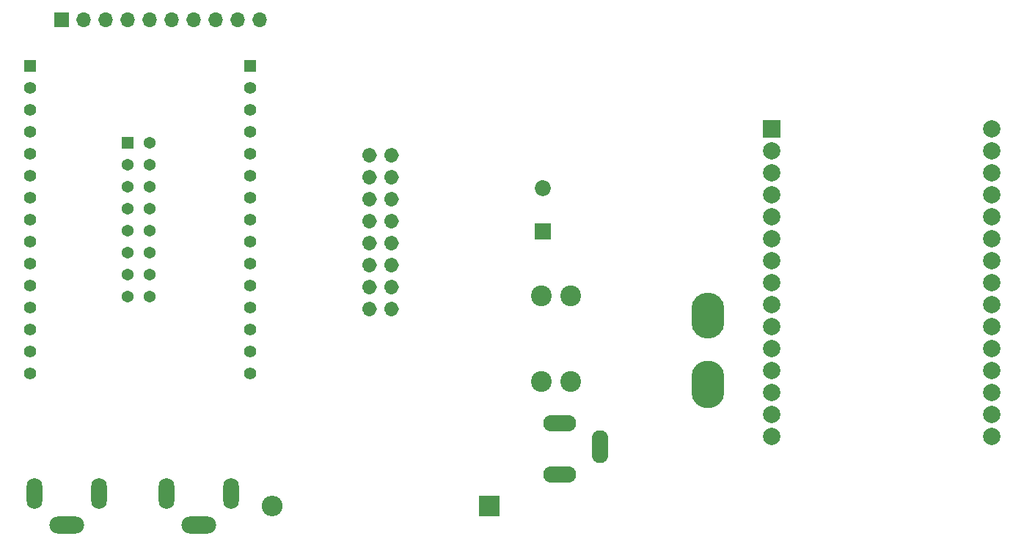
<source format=gbr>
%TF.GenerationSoftware,KiCad,Pcbnew,9.0.0*%
%TF.CreationDate,2025-04-14T04:50:02-04:00*%
%TF.ProjectId,W4MLB_Band_Display,57344d4c-425f-4426-916e-645f44697370,1.0*%
%TF.SameCoordinates,Original*%
%TF.FileFunction,Soldermask,Bot*%
%TF.FilePolarity,Negative*%
%FSLAX46Y46*%
G04 Gerber Fmt 4.6, Leading zero omitted, Abs format (unit mm)*
G04 Created by KiCad (PCBNEW 9.0.0) date 2025-04-14 04:50:02*
%MOMM*%
%LPD*%
G01*
G04 APERTURE LIST*
%ADD10C,0.860984*%
%ADD11O,1.800000X3.600000*%
%ADD12O,4.000000X2.000000*%
%ADD13C,2.400000*%
%ADD14C,1.850000*%
%ADD15R,1.850000X1.850000*%
%ADD16C,1.390000*%
%ADD17R,1.390000X1.390000*%
%ADD18R,1.370000X1.370000*%
%ADD19C,1.370000*%
%ADD20R,1.700000X1.700000*%
%ADD21O,1.700000X1.700000*%
%ADD22R,2.400000X2.400000*%
%ADD23O,2.400000X2.400000*%
%ADD24O,3.800000X1.900000*%
%ADD25O,1.900000X3.800000*%
%ADD26R,2.000000X2.000000*%
%ADD27C,2.000000*%
%ADD28O,3.800000X5.500000*%
%ADD29O,3.800000X5.300000*%
G04 APERTURE END LIST*
%TO.C,J4*%
D10*
X161390492Y-82210000D02*
G75*
G02*
X160529508Y-82210000I-430492J0D01*
G01*
X160529508Y-82210000D02*
G75*
G02*
X161390492Y-82210000I430492J0D01*
G01*
X161390492Y-84750000D02*
G75*
G02*
X160529508Y-84750000I-430492J0D01*
G01*
X160529508Y-84750000D02*
G75*
G02*
X161390492Y-84750000I430492J0D01*
G01*
X161390492Y-87290000D02*
G75*
G02*
X160529508Y-87290000I-430492J0D01*
G01*
X160529508Y-87290000D02*
G75*
G02*
X161390492Y-87290000I430492J0D01*
G01*
X161390492Y-89830000D02*
G75*
G02*
X160529508Y-89830000I-430492J0D01*
G01*
X160529508Y-89830000D02*
G75*
G02*
X161390492Y-89830000I430492J0D01*
G01*
X161390492Y-92370000D02*
G75*
G02*
X160529508Y-92370000I-430492J0D01*
G01*
X160529508Y-92370000D02*
G75*
G02*
X161390492Y-92370000I430492J0D01*
G01*
X161390492Y-94910000D02*
G75*
G02*
X160529508Y-94910000I-430492J0D01*
G01*
X160529508Y-94910000D02*
G75*
G02*
X161390492Y-94910000I430492J0D01*
G01*
X161390492Y-97450000D02*
G75*
G02*
X160529508Y-97450000I-430492J0D01*
G01*
X160529508Y-97450000D02*
G75*
G02*
X161390492Y-97450000I430492J0D01*
G01*
X161390492Y-99990000D02*
G75*
G02*
X160529508Y-99990000I-430492J0D01*
G01*
X160529508Y-99990000D02*
G75*
G02*
X161390492Y-99990000I430492J0D01*
G01*
X163930492Y-82210000D02*
G75*
G02*
X163069508Y-82210000I-430492J0D01*
G01*
X163069508Y-82210000D02*
G75*
G02*
X163930492Y-82210000I430492J0D01*
G01*
X163930492Y-84750000D02*
G75*
G02*
X163069508Y-84750000I-430492J0D01*
G01*
X163069508Y-84750000D02*
G75*
G02*
X163930492Y-84750000I430492J0D01*
G01*
X163930492Y-87290000D02*
G75*
G02*
X163069508Y-87290000I-430492J0D01*
G01*
X163069508Y-87290000D02*
G75*
G02*
X163930492Y-87290000I430492J0D01*
G01*
X163930492Y-89830000D02*
G75*
G02*
X163069508Y-89830000I-430492J0D01*
G01*
X163069508Y-89830000D02*
G75*
G02*
X163930492Y-89830000I430492J0D01*
G01*
X163930492Y-92370000D02*
G75*
G02*
X163069508Y-92370000I-430492J0D01*
G01*
X163069508Y-92370000D02*
G75*
G02*
X163930492Y-92370000I430492J0D01*
G01*
X163930492Y-94910000D02*
G75*
G02*
X163069508Y-94910000I-430492J0D01*
G01*
X163069508Y-94910000D02*
G75*
G02*
X163930492Y-94910000I430492J0D01*
G01*
X163930492Y-97450000D02*
G75*
G02*
X163069508Y-97450000I-430492J0D01*
G01*
X163069508Y-97450000D02*
G75*
G02*
X163930492Y-97450000I430492J0D01*
G01*
X163930492Y-99990000D02*
G75*
G02*
X163069508Y-99990000I-430492J0D01*
G01*
X163069508Y-99990000D02*
G75*
G02*
X163930492Y-99990000I430492J0D01*
G01*
%TD*%
D11*
%TO.C,J8*%
X145017500Y-121300000D03*
D12*
X141267500Y-125000000D03*
D11*
X137517500Y-121300000D03*
%TD*%
D13*
%TO.C,F1*%
X180810000Y-108410000D03*
X180810000Y-98490000D03*
X184210000Y-108410000D03*
X184210000Y-98490000D03*
%TD*%
D14*
%TO.C,J6*%
X181000000Y-86000000D03*
D15*
X181000000Y-91000000D03*
%TD*%
D16*
%TO.C,J2*%
X147230000Y-79480000D03*
X147230000Y-104880000D03*
D17*
X147230000Y-71860000D03*
D16*
X147230000Y-74400000D03*
X147230000Y-76940000D03*
X147230000Y-82020000D03*
X147230000Y-84560000D03*
X147230000Y-87100000D03*
X147230000Y-89640000D03*
X147230000Y-92180000D03*
X147230000Y-94720000D03*
X147230000Y-97260000D03*
X147230000Y-99800000D03*
X147230000Y-102340000D03*
X147230000Y-107420000D03*
%TD*%
D18*
%TO.C,J3*%
X133010000Y-80802500D03*
D19*
X135550000Y-80802500D03*
X133010000Y-83342500D03*
X133010000Y-85882500D03*
X135550000Y-85882500D03*
X133010000Y-88422500D03*
X135550000Y-88422500D03*
X133010000Y-90962500D03*
X135550000Y-90962500D03*
X133010000Y-93502500D03*
X135550000Y-93502500D03*
X133010000Y-96042500D03*
X135550000Y-96042500D03*
X133010000Y-98582500D03*
X135550000Y-83342500D03*
X135550000Y-98582500D03*
%TD*%
D20*
%TO.C,J9*%
X125430000Y-66582500D03*
D21*
X127970000Y-66582500D03*
X130510000Y-66582500D03*
X133050000Y-66582500D03*
X135590000Y-66582500D03*
X138130000Y-66582500D03*
X140670000Y-66582500D03*
X143210000Y-66582500D03*
X145750000Y-66582500D03*
X148290000Y-66582500D03*
%TD*%
D16*
%TO.C,J1*%
X121830000Y-104880000D03*
D17*
X121830000Y-71860000D03*
D16*
X121830000Y-74400000D03*
X121830000Y-76940000D03*
X121830000Y-79480000D03*
X121830000Y-82020000D03*
X121830000Y-84560000D03*
X121830000Y-87100000D03*
X121830000Y-89640000D03*
X121830000Y-92180000D03*
X121830000Y-94720000D03*
X121830000Y-97260000D03*
X121830000Y-99800000D03*
X121830000Y-102340000D03*
X121830000Y-107420000D03*
%TD*%
D22*
%TO.C,C2*%
X174750000Y-122750000D03*
D23*
X149750000Y-122750000D03*
%TD*%
D11*
%TO.C,J7*%
X129767500Y-121300000D03*
D12*
X126017500Y-125000000D03*
D11*
X122267500Y-121300000D03*
%TD*%
D24*
%TO.C,J5*%
X182950000Y-119167500D03*
D25*
X187600000Y-115917500D03*
D24*
X182950000Y-113237500D03*
%TD*%
D26*
%TO.C,U1*%
X207350000Y-79190000D03*
D27*
X207350000Y-81730000D03*
X207350000Y-84270000D03*
X207350000Y-86810000D03*
X207350000Y-89350000D03*
X207350000Y-91890000D03*
X207350000Y-94430000D03*
X207350000Y-96970000D03*
X207350000Y-99510000D03*
X207350000Y-102050000D03*
X207350000Y-104590000D03*
X207350000Y-107130000D03*
X207350000Y-109670000D03*
X207350000Y-112210000D03*
X207350000Y-114750000D03*
X232750000Y-114750000D03*
X232750000Y-112210000D03*
X232750000Y-109670000D03*
X232750000Y-107130000D03*
X232750000Y-104590000D03*
X232750000Y-102050000D03*
X232750000Y-99510000D03*
X232750000Y-96970000D03*
X232750000Y-94430000D03*
X232750000Y-91890000D03*
X232750000Y-89350000D03*
X232750000Y-86810000D03*
X232750000Y-84270000D03*
X232750000Y-81730000D03*
X232750000Y-79190000D03*
%TD*%
D28*
%TO.C,F2*%
X200000000Y-108750000D03*
D29*
X200000000Y-100750000D03*
%TD*%
M02*

</source>
